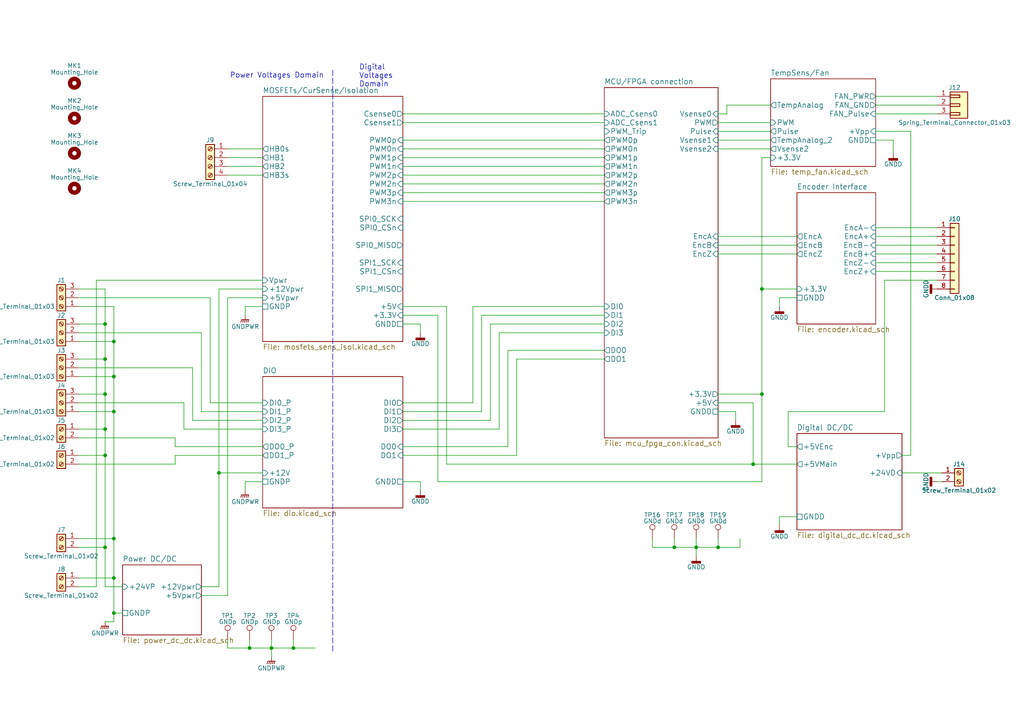
<source format=kicad_sch>
(kicad_sch (version 20211123) (generator eeschema)
  (paper "A4")
  (lib_symbols
    (symbol "4hbd-base-rescue:Conn_01x08" (pin_names (offset 1.016) hide)
      (property "Reference" "J" (at 0 10.16 0))
      (property "Value" "Conn_01x08" (at 0 -12.7 0))
      (symbol "Conn_01x08_1_1"
        (rectangle (start -1.27 -10.033) (end 0 -10.287) (stroke (width 0.1524)))
        (rectangle (start -1.27 -7.493) (end 0 -7.747) (stroke (width 0.1524)))
        (rectangle (start -1.27 -4.953) (end 0 -5.207) (stroke (width 0.1524)))
        (rectangle (start -1.27 -2.413) (end 0 -2.667) (stroke (width 0.1524)))
        (rectangle (start -1.27 0.127) (end 0 -0.127) (stroke (width 0.1524)))
        (rectangle (start -1.27 2.667) (end 0 2.413) (stroke (width 0.1524)))
        (rectangle (start -1.27 5.207) (end 0 4.953) (stroke (width 0.1524)))
        (rectangle (start -1.27 7.747) (end 0 7.493) (stroke (width 0.1524)))
        (rectangle (start -1.27 8.89) (end 1.27 -11.43) (stroke (width 0.254)) (fill (type background)))
        (pin passive line (at -5.08 7.62 0) (length 3.81) (name "Pin_1") (number "1"))
        (pin passive line (at -5.08 5.08 0) (length 3.81) (name "Pin_2") (number "2"))
        (pin passive line (at -5.08 2.54 0) (length 3.81) (name "Pin_3") (number "3"))
        (pin passive line (at -5.08 0 0) (length 3.81) (name "Pin_4") (number "4"))
        (pin passive line (at -5.08 -2.54 0) (length 3.81) (name "Pin_5") (number "5"))
        (pin passive line (at -5.08 -5.08 0) (length 3.81) (name "Pin_6") (number "6"))
        (pin passive line (at -5.08 -7.62 0) (length 3.81) (name "Pin_7") (number "7"))
        (pin passive line (at -5.08 -10.16 0) (length 3.81) (name "Pin_8") (number "8"))
      )
    )
    (symbol "4hbd-base-rescue:GNDD" (power) (pin_names (offset 0))
      (property "Value" "GNDD" (at 0 -3.175 0))
      (symbol "GNDD_0_1"
        (rectangle (start -1.27 -1.524) (end 1.27 -2.032) (stroke (width 0.254)) (fill (type outline)))
        (polyline (pts (xy 0 0) (xy 0 -1.524)))
      )
      (symbol "GNDD_1_1"
        (pin power_in line (at 0 0 270) (length 0) hide (name "GNDD") (number "1"))
      )
    )
    (symbol "4hbd-base-rescue:GNDPWR" (power) (pin_names (offset 0))
      (property "Value" "GNDPWR" (at 0 -3.302 0))
      (symbol "GNDPWR_0_1"
        (polyline (pts (xy 0 -1.27) (xy 0 0)))
        (polyline (pts (xy -1.016 -1.27) (xy -1.27 -2.032) (xy -1.27 -2.032)) (stroke (width 0.2032)))
        (polyline (pts (xy -0.508 -1.27) (xy -0.762 -2.032) (xy -0.762 -2.032)) (stroke (width 0.2032)))
        (polyline (pts (xy 0 -1.27) (xy -0.254 -2.032) (xy -0.254 -2.032)) (stroke (width 0.2032)))
        (polyline (pts (xy 0.508 -1.27) (xy 0.254 -2.032) (xy 0.254 -2.032)) (stroke (width 0.2032)))
        (polyline (pts (xy 1.016 -1.27) (xy -1.016 -1.27) (xy -1.016 -1.27)) (stroke (width 0.2032)))
        (polyline (pts (xy 1.016 -1.27) (xy 0.762 -2.032) (xy 0.762 -2.032) (xy 0.762 -2.032)) (stroke (width 0.2032)))
      )
      (symbol "GNDPWR_1_1"
        (pin power_in line (at 0 0 90) (length 0) hide (name "GNDPWR") (number "1"))
      )
    )
    (symbol "4hbd-base-rescue:Mounting_Hole" (pin_names (offset 1.016))
      (property "Reference" "MK" (at 0 5.08 0))
      (property "Value" "Mounting_Hole" (at 0 3.175 0))
      (symbol "Mounting_Hole_0_1"
        (circle (center 0 0) (radius 1.27) (stroke (width 1.27)))
      )
    )
    (symbol "4hbd-base-rescue:Screw_Terminal_01x02" (pin_names (offset 1.016) hide)
      (property "Reference" "J" (at 0 2.54 0))
      (property "Value" "Screw_Terminal_01x02" (at 0 -5.08 0))
      (symbol "Screw_Terminal_01x02_1_1"
        (rectangle (start -1.27 1.27) (end 1.27 -3.81) (stroke (width 0.254)) (fill (type background)))
        (circle (center 0 -2.54) (radius 0.635) (stroke (width 0.1524)))
        (polyline (pts (xy -0.5334 -2.2098) (xy 0.3302 -3.048)) (stroke (width 0.1524)))
        (polyline (pts (xy -0.5334 0.3302) (xy 0.3302 -0.508)) (stroke (width 0.1524)))
        (polyline (pts (xy -0.3556 -2.032) (xy 0.508 -2.8702)) (stroke (width 0.1524)))
        (polyline (pts (xy -0.3556 0.508) (xy 0.508 -0.3302)) (stroke (width 0.1524)))
        (circle (center 0 0) (radius 0.635) (stroke (width 0.1524)))
        (pin passive line (at -5.08 0 0) (length 3.81) (name "Pin_1") (number "1"))
        (pin passive line (at -5.08 -2.54 0) (length 3.81) (name "Pin_2") (number "2"))
      )
    )
    (symbol "4hbd-base-rescue:Screw_Terminal_01x03" (pin_names (offset 1.016) hide)
      (property "Reference" "J" (at 0 5.08 0))
      (property "Value" "Screw_Terminal_01x03" (at 0 -5.08 0))
      (symbol "Screw_Terminal_01x03_1_1"
        (rectangle (start -1.27 3.81) (end 1.27 -3.81) (stroke (width 0.254)) (fill (type background)))
        (circle (center 0 -2.54) (radius 0.635) (stroke (width 0.1524)))
        (polyline (pts (xy -0.5334 -2.2098) (xy 0.3302 -3.048)) (stroke (width 0.1524)))
        (polyline (pts (xy -0.5334 0.3302) (xy 0.3302 -0.508)) (stroke (width 0.1524)))
        (polyline (pts (xy -0.5334 2.8702) (xy 0.3302 2.032)) (stroke (width 0.1524)))
        (polyline (pts (xy -0.3556 -2.032) (xy 0.508 -2.8702)) (stroke (width 0.1524)))
        (polyline (pts (xy -0.3556 0.508) (xy 0.508 -0.3302)) (stroke (width 0.1524)))
        (polyline (pts (xy -0.3556 3.048) (xy 0.508 2.2098)) (stroke (width 0.1524)))
        (circle (center 0 0) (radius 0.635) (stroke (width 0.1524)))
        (circle (center 0 2.54) (radius 0.635) (stroke (width 0.1524)))
        (pin passive line (at -5.08 2.54 0) (length 3.81) (name "Pin_1") (number "1"))
        (pin passive line (at -5.08 0 0) (length 3.81) (name "Pin_2") (number "2"))
        (pin passive line (at -5.08 -2.54 0) (length 3.81) (name "Pin_3") (number "3"))
      )
    )
    (symbol "4hbd-base-rescue:Screw_Terminal_01x04" (pin_names (offset 1.016) hide)
      (property "Reference" "J" (at 0 5.08 0))
      (property "Value" "Screw_Terminal_01x04" (at 0 -7.62 0))
      (symbol "Screw_Terminal_01x04_1_1"
        (rectangle (start -1.27 3.81) (end 1.27 -6.35) (stroke (width 0.254)) (fill (type background)))
        (circle (center 0 -5.08) (radius 0.635) (stroke (width 0.1524)))
        (circle (center 0 -2.54) (radius 0.635) (stroke (width 0.1524)))
        (polyline (pts (xy -0.5334 -4.7498) (xy 0.3302 -5.588)) (stroke (width 0.1524)))
        (polyline (pts (xy -0.5334 -2.2098) (xy 0.3302 -3.048)) (stroke (width 0.1524)))
        (polyline (pts (xy -0.5334 0.3302) (xy 0.3302 -0.508)) (stroke (width 0.1524)))
        (polyline (pts (xy -0.5334 2.8702) (xy 0.3302 2.032)) (stroke (width 0.1524)))
        (polyline (pts (xy -0.3556 -4.572) (xy 0.508 -5.4102)) (stroke (width 0.1524)))
        (polyline (pts (xy -0.3556 -2.032) (xy 0.508 -2.8702)) (stroke (width 0.1524)))
        (polyline (pts (xy -0.3556 0.508) (xy 0.508 -0.3302)) (stroke (width 0.1524)))
        (polyline (pts (xy -0.3556 3.048) (xy 0.508 2.2098)) (stroke (width 0.1524)))
        (circle (center 0 0) (radius 0.635) (stroke (width 0.1524)))
        (circle (center 0 2.54) (radius 0.635) (stroke (width 0.1524)))
        (pin passive line (at -5.08 2.54 0) (length 3.81) (name "Pin_1") (number "1"))
        (pin passive line (at -5.08 0 0) (length 3.81) (name "Pin_2") (number "2"))
        (pin passive line (at -5.08 -2.54 0) (length 3.81) (name "Pin_3") (number "3"))
        (pin passive line (at -5.08 -5.08 0) (length 3.81) (name "Pin_4") (number "4"))
      )
    )
    (symbol "4hbd-base-rescue:Spring_Terminal_Connector_01x03" (pin_names (offset 1.016) hide)
      (property "Reference" "J" (at 0 5.08 0))
      (property "Value" "Spring_Terminal_Connector_01x03" (at 0 -5.08 0))
      (symbol "Spring_Terminal_Connector_01x03_1_1"
        (rectangle (start -1.27 -2.159) (end 1.524 -2.921) (stroke (width 0.254)))
        (rectangle (start -1.27 0.381) (end 1.524 -0.381) (stroke (width 0.254)))
        (rectangle (start -1.27 2.921) (end 1.524 2.159) (stroke (width 0.254)))
        (rectangle (start -1.27 3.81) (end 3.81 -3.81) (stroke (width 0.254)) (fill (type background)))
        (pin passive line (at -5.08 2.54 0) (length 3.81) (name "Pin_1") (number "1"))
        (pin passive line (at -5.08 0 0) (length 3.81) (name "Pin_2") (number "2"))
        (pin passive line (at -5.08 -2.54 0) (length 3.81) (name "Pin_3") (number "3"))
      )
    )
    (symbol "4hbd-base-rescue:Test_Point" (pin_numbers hide) (pin_names (offset 0.762) hide)
      (property "Reference" "TP" (at 0 6.858 0))
      (property "Value" "Test_Point" (at 0 5.08 0))
      (symbol "Test_Point_0_1"
        (circle (center 0 3.302) (radius 0.762))
      )
      (symbol "Test_Point_1_1"
        (pin passive line (at 0 0 90) (length 2.54) (name "1") (number "1"))
      )
    )
  )
  (junction (at 33.02 177.8))
  (junction (at 33.02 167.64))
  (junction (at 30.48 93.98))
  (junction (at 33.02 156.21))
  (junction (at 78.74 187.96))
  (junction (at 30.48 104.14))
  (junction (at 218.44 134.62))
  (junction (at 220.98 83.82))
  (junction (at 30.48 132.08))
  (junction (at 201.93 158.75))
  (junction (at 33.02 109.22))
  (junction (at 208.28 158.75))
  (junction (at 30.48 114.3))
  (junction (at 195.58 158.75))
  (junction (at 33.02 99.06))
  (junction (at 85.09 187.96))
  (junction (at 72.39 187.96))
  (junction (at 30.48 158.75))
  (junction (at 63.5 137.16))
  (junction (at 30.48 124.46))
  (junction (at 220.98 114.3))
  (junction (at 33.02 119.38))
  (wire (pts (xy 76.2 88.9) (xy 71.12 88.9)))
  (wire (pts (xy 116.84 139.7) (xy 121.92 139.7)))
  (wire (pts (xy 254 71.12) (xy 271.78 71.12)))
  (wire (pts (xy 208.28 40.64) (xy 223.52 40.64)))
  (wire (pts (xy 116.84 91.44) (xy 127 91.44)))
  (wire (pts (xy 30.48 93.98) (xy 30.48 104.14)))
  (wire (pts (xy 22.86 167.64) (xy 33.02 167.64)))
  (wire (pts (xy 208.28 158.75) (xy 214.63 158.75)))
  (wire (pts (xy 116.84 129.54) (xy 147.32 129.54)))
  (wire (pts (xy 60.96 116.84) (xy 60.96 86.36)))
  (wire (pts (xy 116.84 93.98) (xy 121.92 93.98)))
  (wire (pts (xy 137.16 116.84) (xy 116.84 116.84)))
  (wire (pts (xy 139.7 91.44) (xy 139.7 119.38)))
  (wire (pts (xy 33.02 119.38) (xy 22.86 119.38)))
  (wire (pts (xy 22.86 158.75) (xy 30.48 158.75)))
  (wire (pts (xy 121.92 139.7) (xy 121.92 142.24)))
  (wire (pts (xy 30.48 114.3) (xy 22.86 114.3)))
  (wire (pts (xy 256.54 81.28) (xy 271.78 81.28)))
  (wire (pts (xy 208.28 71.12) (xy 231.14 71.12)))
  (wire (pts (xy 231.14 149.86) (xy 226.06 149.86)))
  (wire (pts (xy 27.94 81.28) (xy 76.2 81.28)))
  (wire (pts (xy 30.48 124.46) (xy 30.48 132.08)))
  (wire (pts (xy 210.82 30.48) (xy 223.52 30.48)))
  (wire (pts (xy 264.16 38.1) (xy 264.16 132.08)))
  (wire (pts (xy 72.39 185.42) (xy 72.39 187.96)))
  (wire (pts (xy 116.84 45.72) (xy 175.26 45.72)))
  (wire (pts (xy 189.23 158.75) (xy 195.58 158.75)))
  (wire (pts (xy 144.78 96.52) (xy 144.78 124.46)))
  (wire (pts (xy 259.08 40.64) (xy 259.08 44.45)))
  (wire (pts (xy 72.39 187.96) (xy 78.74 187.96)))
  (wire (pts (xy 53.34 124.46) (xy 53.34 116.84)))
  (wire (pts (xy 218.44 116.84) (xy 208.28 116.84)))
  (wire (pts (xy 33.02 180.34) (xy 30.48 180.34)))
  (wire (pts (xy 71.12 139.7) (xy 71.12 142.24)))
  (wire (pts (xy 76.2 129.54) (xy 50.8 129.54)))
  (wire (pts (xy 66.04 172.72) (xy 58.42 172.72)))
  (wire (pts (xy 76.2 137.16) (xy 63.5 137.16)))
  (wire (pts (xy 228.6 119.38) (xy 256.54 119.38)))
  (wire (pts (xy 116.84 33.02) (xy 175.26 33.02)))
  (wire (pts (xy 55.88 121.92) (xy 55.88 106.68)))
  (wire (pts (xy 189.23 156.21) (xy 189.23 158.75)))
  (wire (pts (xy 50.8 134.62) (xy 22.86 134.62)))
  (wire (pts (xy 33.02 177.8) (xy 35.56 177.8)))
  (wire (pts (xy 63.5 83.82) (xy 63.5 137.16)))
  (wire (pts (xy 137.16 88.9) (xy 137.16 116.84)))
  (wire (pts (xy 127 139.7) (xy 220.98 139.7)))
  (wire (pts (xy 76.2 132.08) (xy 50.8 132.08)))
  (wire (pts (xy 208.28 38.1) (xy 223.52 38.1)))
  (wire (pts (xy 27.94 170.18) (xy 22.86 170.18)))
  (wire (pts (xy 254 76.2) (xy 271.78 76.2)))
  (wire (pts (xy 71.12 88.9) (xy 71.12 91.44)))
  (wire (pts (xy 78.74 185.42) (xy 78.74 187.96)))
  (wire (pts (xy 63.5 137.16) (xy 63.5 170.18)))
  (wire (pts (xy 218.44 134.62) (xy 231.14 134.62)))
  (wire (pts (xy 116.84 121.92) (xy 142.24 121.92)))
  (wire (pts (xy 121.92 93.98) (xy 121.92 96.52)))
  (wire (pts (xy 76.2 121.92) (xy 55.88 121.92)))
  (wire (pts (xy 55.88 106.68) (xy 22.86 106.68)))
  (wire (pts (xy 220.98 45.72) (xy 220.98 83.82)))
  (wire (pts (xy 30.48 158.75) (xy 30.48 170.18)))
  (wire (pts (xy 116.84 53.34) (xy 175.26 53.34)))
  (wire (pts (xy 22.86 156.21) (xy 33.02 156.21)))
  (wire (pts (xy 201.93 158.75) (xy 201.93 161.29)))
  (wire (pts (xy 78.74 187.96) (xy 85.09 187.96)))
  (wire (pts (xy 254 78.74) (xy 271.78 78.74)))
  (wire (pts (xy 58.42 119.38) (xy 58.42 96.52)))
  (wire (pts (xy 231.14 86.36) (xy 226.06 86.36)))
  (wire (pts (xy 60.96 86.36) (xy 22.86 86.36)))
  (wire (pts (xy 30.48 114.3) (xy 30.48 124.46)))
  (wire (pts (xy 30.48 124.46) (xy 22.86 124.46)))
  (wire (pts (xy 63.5 83.82) (xy 76.2 83.82)))
  (wire (pts (xy 33.02 109.22) (xy 33.02 119.38)))
  (wire (pts (xy 195.58 158.75) (xy 201.93 158.75)))
  (wire (pts (xy 144.78 124.46) (xy 116.84 124.46)))
  (wire (pts (xy 66.04 45.72) (xy 76.2 45.72)))
  (wire (pts (xy 226.06 149.86) (xy 226.06 152.4)))
  (wire (pts (xy 254 73.66) (xy 271.78 73.66)))
  (wire (pts (xy 220.98 114.3) (xy 220.98 139.7)))
  (wire (pts (xy 254 30.48) (xy 271.78 30.48)))
  (wire (pts (xy 33.02 99.06) (xy 22.86 99.06)))
  (wire (pts (xy 254 66.04) (xy 271.78 66.04)))
  (wire (pts (xy 33.02 177.8) (xy 33.02 180.34)))
  (wire (pts (xy 208.28 43.18) (xy 223.52 43.18)))
  (wire (pts (xy 264.16 132.08) (xy 261.62 132.08)))
  (wire (pts (xy 208.28 119.38) (xy 213.36 119.38)))
  (wire (pts (xy 129.54 88.9) (xy 116.84 88.9)))
  (wire (pts (xy 66.04 185.42) (xy 66.04 187.96)))
  (wire (pts (xy 78.74 187.96) (xy 78.74 190.5)))
  (wire (pts (xy 256.54 81.28) (xy 256.54 119.38)))
  (wire (pts (xy 30.48 104.14) (xy 30.48 114.3)))
  (wire (pts (xy 208.28 35.56) (xy 223.52 35.56)))
  (wire (pts (xy 214.63 158.75) (xy 214.63 156.21)))
  (wire (pts (xy 129.54 134.62) (xy 218.44 134.62)))
  (wire (pts (xy 231.14 129.54) (xy 228.6 129.54)))
  (wire (pts (xy 116.84 50.8) (xy 175.26 50.8)))
  (wire (pts (xy 76.2 43.18) (xy 66.04 43.18)))
  (wire (pts (xy 220.98 45.72) (xy 223.52 45.72)))
  (wire (pts (xy 231.14 73.66) (xy 208.28 73.66)))
  (wire (pts (xy 273.05 139.7) (xy 271.78 139.7)))
  (wire (pts (xy 208.28 156.21) (xy 208.28 158.75)))
  (wire (pts (xy 27.94 81.28) (xy 27.94 170.18)))
  (wire (pts (xy 33.02 88.9) (xy 22.86 88.9)))
  (wire (pts (xy 30.48 104.14) (xy 22.86 104.14)))
  (wire (pts (xy 144.78 96.52) (xy 175.26 96.52)))
  (wire (pts (xy 139.7 91.44) (xy 175.26 91.44)))
  (wire (pts (xy 195.58 156.21) (xy 195.58 158.75)))
  (wire (pts (xy 254 40.64) (xy 259.08 40.64)))
  (wire (pts (xy 30.48 93.98) (xy 22.86 93.98)))
  (wire (pts (xy 66.04 86.36) (xy 76.2 86.36)))
  (wire (pts (xy 137.16 88.9) (xy 175.26 88.9)))
  (wire (pts (xy 66.04 187.96) (xy 72.39 187.96)))
  (wire (pts (xy 129.54 134.62) (xy 129.54 88.9)))
  (wire (pts (xy 30.48 132.08) (xy 30.48 158.75)))
  (wire (pts (xy 254 27.94) (xy 271.78 27.94)))
  (wire (pts (xy 33.02 99.06) (xy 33.02 109.22)))
  (polyline (pts (xy 96.52 20.32) (xy 96.52 189.23)))
  (wire (pts (xy 66.04 86.36) (xy 66.04 172.72)))
  (wire (pts (xy 231.14 68.58) (xy 208.28 68.58)))
  (wire (pts (xy 228.6 129.54) (xy 228.6 119.38)))
  (wire (pts (xy 201.93 156.21) (xy 201.93 158.75)))
  (wire (pts (xy 50.8 129.54) (xy 50.8 127)))
  (wire (pts (xy 53.34 116.84) (xy 22.86 116.84)))
  (wire (pts (xy 127 91.44) (xy 127 139.7)))
  (wire (pts (xy 218.44 134.62) (xy 218.44 116.84)))
  (wire (pts (xy 147.32 129.54) (xy 147.32 101.6)))
  (wire (pts (xy 76.2 48.26) (xy 66.04 48.26)))
  (wire (pts (xy 116.84 58.42) (xy 175.26 58.42)))
  (wire (pts (xy 76.2 139.7) (xy 71.12 139.7)))
  (wire (pts (xy 201.93 158.75) (xy 208.28 158.75)))
  (wire (pts (xy 66.04 50.8) (xy 76.2 50.8)))
  (wire (pts (xy 76.2 124.46) (xy 53.34 124.46)))
  (wire (pts (xy 50.8 132.08) (xy 50.8 134.62)))
  (wire (pts (xy 220.98 83.82) (xy 220.98 114.3)))
  (wire (pts (xy 261.62 137.16) (xy 273.05 137.16)))
  (wire (pts (xy 142.24 121.92) (xy 142.24 93.98)))
  (wire (pts (xy 50.8 127) (xy 22.86 127)))
  (wire (pts (xy 33.02 167.64) (xy 33.02 177.8)))
  (wire (pts (xy 33.02 88.9) (xy 33.02 99.06)))
  (wire (pts (xy 85.09 187.96) (xy 91.44 187.96)))
  (wire (pts (xy 213.36 119.38) (xy 213.36 121.92)))
  (wire (pts (xy 116.84 48.26) (xy 175.26 48.26)))
  (wire (pts (xy 116.84 55.88) (xy 175.26 55.88)))
  (wire (pts (xy 63.5 170.18) (xy 58.42 170.18)))
  (wire (pts (xy 226.06 86.36) (xy 226.06 88.9)))
  (wire (pts (xy 116.84 35.56) (xy 175.26 35.56)))
  (wire (pts (xy 147.32 101.6) (xy 175.26 101.6)))
  (wire (pts (xy 58.42 96.52) (xy 22.86 96.52)))
  (wire (pts (xy 30.48 170.18) (xy 35.56 170.18)))
  (wire (pts (xy 208.28 114.3) (xy 220.98 114.3)))
  (wire (pts (xy 85.09 185.42) (xy 85.09 187.96)))
  (wire (pts (xy 76.2 119.38) (xy 58.42 119.38)))
  (wire (pts (xy 264.16 38.1) (xy 254 38.1)))
  (wire (pts (xy 116.84 43.18) (xy 175.26 43.18)))
  (wire (pts (xy 254 68.58) (xy 271.78 68.58)))
  (wire (pts (xy 33.02 156.21) (xy 33.02 167.64)))
  (wire (pts (xy 30.48 132.08) (xy 22.86 132.08)))
  (wire (pts (xy 142.24 93.98) (xy 175.26 93.98)))
  (wire (pts (xy 149.86 104.14) (xy 175.26 104.14)))
  (wire (pts (xy 116.84 40.64) (xy 175.26 40.64)))
  (wire (pts (xy 149.86 104.14) (xy 149.86 132.08)))
  (wire (pts (xy 139.7 119.38) (xy 116.84 119.38)))
  (wire (pts (xy 254 33.02) (xy 271.78 33.02)))
  (wire (pts (xy 33.02 109.22) (xy 22.86 109.22)))
  (wire (pts (xy 76.2 116.84) (xy 60.96 116.84)))
  (wire (pts (xy 33.02 119.38) (xy 33.02 156.21)))
  (wire (pts (xy 30.48 83.82) (xy 30.48 93.98)))
  (wire (pts (xy 220.98 83.82) (xy 231.14 83.82)))
  (wire (pts (xy 149.86 132.08) (xy 116.84 132.08)))
  (wire (pts (xy 210.82 33.02) (xy 210.82 30.48)))
  (wire (pts (xy 208.28 33.02) (xy 210.82 33.02)))
  (wire (pts (xy 30.48 83.82) (xy 22.86 83.82)))
  (text "Power Voltages Domain" (at 93.98 22.86 180) (effects (font (size 1.524 1.524)) (justify right bottom)))
  (text "Digital \nVoltages\nDomain" (at 104.14 25.4 0) (effects (font (size 1.524 1.524)) (justify left bottom)))
  (symbol (lib_id "4hbd-base-rescue:GNDD") (at 226.06 152.4 0) (unit 1)
    (property "Reference" "#PWR01" (effects hide))
    (property "Value" "GNDD" (at 226.06 155.575 0))
  )
  (symbol (lib_id "4hbd-base-rescue:GNDD") (at 226.06 88.9 0) (unit 1)
    (property "Reference" "#PWR02" (effects hide))
    (property "Value" "GNDD" (at 226.06 92.075 0))
  )
  (symbol (lib_id "4hbd-base-rescue:GNDD") (at 121.92 142.24 0) (unit 1)
    (property "Reference" "#PWR03" (effects hide))
    (property "Value" "GNDD" (at 121.92 145.415 0))
  )
  (symbol (lib_id "4hbd-base-rescue:GNDD") (at 121.92 96.52 0) (unit 1)
    (property "Reference" "#PWR04" (effects hide))
    (property "Value" "GNDD" (at 121.92 99.695 0))
  )
  (symbol (lib_id "4hbd-base-rescue:GNDD") (at 213.36 121.92 0) (unit 1)
    (property "Reference" "#PWR05" (effects hide))
    (property "Value" "GNDD" (at 213.36 125.095 0))
  )
  (symbol (lib_id "4hbd-base-rescue:GNDD") (at 271.78 139.7 270) (unit 1)
    (property "Reference" "#PWR06" (effects hide))
    (property "Value" "GNDD" (at 268.605 139.7 0))
  )
  (symbol (lib_id "4hbd-base-rescue:GNDD") (at 271.78 83.82 270) (unit 1)
    (property "Reference" "#PWR07" (effects hide))
    (property "Value" "GNDD" (at 268.605 83.82 0))
  )
  (symbol (lib_id "4hbd-base-rescue:GNDD") (at 259.08 44.45 0) (unit 1)
    (property "Reference" "#PWR08" (effects hide))
    (property "Value" "GNDD" (at 259.08 47.625 0))
  )
  (symbol (lib_id "4hbd-base-rescue:GNDPWR") (at 71.12 142.24 0) (unit 1)
    (property "Reference" "#PWR09" (effects hide))
    (property "Value" "GNDPWR" (at 71.12 145.542 0))
  )
  (symbol (lib_id "4hbd-base-rescue:GNDPWR") (at 30.48 180.34 0) (unit 1)
    (property "Reference" "#PWR013" (effects hide))
    (property "Value" "GNDPWR" (at 30.48 183.642 0))
  )
  (symbol (lib_id "4hbd-base-rescue:GNDPWR") (at 71.12 91.44 0) (unit 1)
    (property "Reference" "#PWR010" (effects hide))
    (property "Value" "GNDPWR" (at 71.12 94.742 0))
  )
  (symbol (lib_id "4hbd-base-rescue:GNDD") (at 201.93 161.29 0) (unit 1)
    (property "Reference" "#PWR011" (effects hide))
    (property "Value" "GNDD" (at 201.93 164.465 0))
  )
  (symbol (lib_id "4hbd-base-rescue:Test_Point") (at 189.23 156.21 0) (unit 1)
    (property "Reference" "TP16" (at 189.23 149.352 0))
    (property "Value" "GNDd" (at 189.23 151.13 0))
    (property "Footprint" "TestPoint:TestPoint_Pad_D1.5mm" (effects hide))
  )
  (symbol (lib_id "4hbd-base-rescue:Test_Point") (at 195.58 156.21 0) (unit 1)
    (property "Reference" "TP17" (at 195.58 149.352 0))
    (property "Value" "GNDd" (at 195.58 151.13 0))
    (property "Footprint" "TestPoint:TestPoint_Pad_D1.5mm" (effects hide))
  )
  (symbol (lib_id "4hbd-base-rescue:Test_Point") (at 201.93 156.21 0) (unit 1)
    (property "Reference" "TP18" (at 201.93 149.352 0))
    (property "Value" "GNDd" (at 201.93 151.13 0))
    (property "Footprint" "TestPoint:TestPoint_Pad_D1.5mm" (effects hide))
  )
  (symbol (lib_id "4hbd-base-rescue:Test_Point") (at 208.28 156.21 0) (unit 1)
    (property "Reference" "TP19" (at 208.28 149.352 0))
    (property "Value" "GNDd" (at 208.28 151.13 0))
    (property "Footprint" "TestPoint:TestPoint_Pad_D1.5mm" (effects hide))
  )
  (symbol (lib_id "4hbd-base-rescue:Test_Point") (at 66.04 185.42 0) (unit 1)
    (property "Reference" "TP1" (at 66.04 178.562 0))
    (property "Value" "GNDp" (at 66.04 180.34 0))
    (property "Footprint" "TestPoint:TestPoint_Pad_D1.5mm" (effects hide))
  )
  (symbol (lib_id "4hbd-base-rescue:Test_Point") (at 72.39 185.42 0) (unit 1)
    (property "Reference" "TP2" (at 72.39 178.562 0))
    (property "Value" "GNDp" (at 72.39 180.34 0))
    (property "Footprint" "TestPoint:TestPoint_Pad_D1.5mm" (effects hide))
  )
  (symbol (lib_id "4hbd-base-rescue:Test_Point") (at 78.74 185.42 0) (unit 1)
    (property "Reference" "TP3" (at 78.74 178.562 0))
    (property "Value" "GNDp" (at 78.74 180.34 0))
    (property "Footprint" "TestPoint:TestPoint_Pad_D1.5mm" (effects hide))
  )
  (symbol (lib_id "4hbd-base-rescue:Test_Point") (at 85.09 185.42 0) (unit 1)
    (property "Reference" "TP4" (at 85.09 178.562 0))
    (property "Value" "GNDp" (at 85.09 180.34 0))
    (property "Footprint" "TestPoint:TestPoint_Pad_D1.5mm" (effects hide))
  )
  (symbol (lib_id "4hbd-base-rescue:GNDPWR") (at 78.74 190.5 0) (unit 1)
    (property "Reference" "#PWR012" (effects hide))
    (property "Value" "GNDPWR" (at 78.74 193.802 0))
  )
  (symbol (lib_id "4hbd-base-rescue:Mounting_Hole") (at 21.59 24.13 0) (unit 1)
    (property "Reference" "MK1" (at 21.59 19.05 0))
    (property "Value" "Mounting_Hole" (at 21.59 20.955 0))
    (property "Footprint" "MountingHole:MountingHole_3.5mm" (effects hide))
  )
  (symbol (lib_id "4hbd-base-rescue:Screw_Terminal_01x02") (at 278.13 137.16 0) (unit 1)
    (property "Reference" "J14" (at 278.13 134.62 0))
    (property "Value" "Screw_Terminal_01x02" (at 278.13 142.24 0))
    (property "Footprint" "TerminalBlock:TerminalBlock_Altech_AK300-2_P5.00mm" (effects hide))
  )
  (symbol (lib_id "4hbd-base-rescue:Spring_Terminal_Connector_01x03") (at 276.86 30.48 0) (unit 1)
    (property "Reference" "J12" (at 276.86 25.4 0))
    (property "Value" "Spring_Terminal_Connector_01x03" (at 276.86 35.56 0))
    (property "Footprint" "Connector_PinHeader_2.54mm:PinHeader_1x03_P2.54mm_Vertical" (effects hide))
  )
  (symbol (lib_id "4hbd-base-rescue:Screw_Terminal_01x04") (at 60.96 45.72 0) (mirror y) (unit 1)
    (property "Reference" "J9" (at 60.96 40.64 0))
    (property "Value" "Screw_Terminal_01x04" (at 60.96 53.34 0))
    (property "Footprint" "TerminalBlock:TerminalBlock_Altech_AK300-4_P5.00mm" (effects hide))
  )
  (symbol (lib_id "4hbd-base-rescue:Mounting_Hole") (at 21.59 34.29 0) (unit 1)
    (property "Reference" "MK2" (at 21.59 29.21 0))
    (property "Value" "Mounting_Hole" (at 21.59 31.115 0))
    (property "Footprint" "MountingHole:MountingHole_3.5mm" (effects hide))
  )
  (symbol (lib_id "4hbd-base-rescue:Mounting_Hole") (at 21.59 44.45 0) (unit 1)
    (property "Reference" "MK3" (at 21.59 39.37 0))
    (property "Value" "Mounting_Hole" (at 21.59 41.275 0))
    (property "Footprint" "MountingHole:MountingHole_3.5mm" (effects hide))
  )
  (symbol (lib_id "4hbd-base-rescue:Mounting_Hole") (at 21.59 54.61 0) (unit 1)
    (property "Reference" "MK4" (at 21.59 49.53 0))
    (property "Value" "Mounting_Hole" (at 21.59 51.435 0))
    (property "Footprint" "MountingHole:MountingHole_3.5mm" (effects hide))
  )
  (symbol (lib_id "4hbd-base-rescue:Screw_Terminal_01x02") (at 17.78 167.64 0) (mirror y) (unit 1)
    (property "Reference" "J8" (at 17.78 165.1 0))
    (property "Value" "Screw_Terminal_01x02" (at 17.78 172.72 0))
    (property "Footprint" "TerminalBlock:TerminalBlock_Altech_AK300-2_P5.00mm" (effects hide))
  )
  (symbol (lib_id "4hbd-base-rescue:Screw_Terminal_01x02") (at 17.78 156.21 0) (mirror y) (unit 1)
    (property "Reference" "J7" (at 17.78 153.67 0))
    (property "Value" "Screw_Terminal_01x02" (at 17.78 161.29 0))
    (property "Footprint" "TerminalBlock:TerminalBlock_Altech_AK300-2_P5.00mm" (effects hide))
  )
  (symbol (lib_id "4hbd-base-rescue:Screw_Terminal_01x02") (at 17.78 124.46 0) (mirror y) (unit 1)
    (property "Reference" "J5" (at 17.78 121.92 0))
    (property "Value" "Screw_Terminal_01x02" (at 5.08 127 0))
    (property "Footprint" "TerminalBlock:TerminalBlock_Altech_AK300-2_P5.00mm" (effects hide))
  )
  (symbol (lib_id "4hbd-base-rescue:Screw_Terminal_01x02") (at 17.78 132.08 0) (mirror y) (unit 1)
    (property "Reference" "J6" (at 17.78 129.54 0))
    (property "Value" "Screw_Terminal_01x02" (at 5.08 134.62 0))
    (property "Footprint" "TerminalBlock:TerminalBlock_Altech_AK300-2_P5.00mm" (effects hide))
  )
  (symbol (lib_id "4hbd-base-rescue:Screw_Terminal_01x03") (at 17.78 86.36 180) (unit 1)
    (property "Reference" "J1" (at 17.78 81.28 0))
    (property "Value" "Screw_Terminal_01x03" (at 5.08 88.9 0))
    (property "Footprint" "TerminalBlock:TerminalBlock_Altech_AK300-3_P5.00mm" (effects hide))
  )
  (symbol (lib_id "4hbd-base-rescue:Screw_Terminal_01x03") (at 17.78 96.52 180) (unit 1)
    (property "Reference" "J2" (at 17.78 91.44 0))
    (property "Value" "Screw_Terminal_01x03" (at 5.08 99.06 0))
    (property "Footprint" "TerminalBlock:TerminalBlock_Altech_AK300-3_P5.00mm" (effects hide))
  )
  (symbol (lib_id "4hbd-base-rescue:Screw_Terminal_01x03") (at 17.78 106.68 180) (unit 1)
    (property "Reference" "J3" (at 17.78 101.6 0))
    (property "Value" "Screw_Terminal_01x03" (at 5.08 109.22 0))
    (property "Footprint" "TerminalBlock:TerminalBlock_Altech_AK300-3_P5.00mm" (effects hide))
  )
  (symbol (lib_id "4hbd-base-rescue:Screw_Terminal_01x03") (at 17.78 116.84 180) (unit 1)
    (property "Reference" "J4" (at 17.78 111.76 0))
    (property "Value" "Screw_Terminal_01x03" (at 5.08 119.38 0))
    (property "Footprint" "TerminalBlock:TerminalBlock_Altech_AK300-3_P5.00mm" (effects hide))
  )
  (symbol (lib_id "4hbd-base-rescue:Conn_01x08") (at 276.86 73.66 0) (unit 1)
    (property "Reference" "J10" (at 276.86 63.5 0))
    (property "Value" "Conn_01x08" (at 276.86 86.36 0))
    (property "Footprint" "Connector_PinHeader_2.54mm:PinHeader_1x08_P2.54mm_Horizontal" (effects hide))
  )
  (sheet (at 76.2 27.94) (size 40.64 71.12)
    (property "Sheet name" "MOSFETs/CurSense/Isolation" (at 76.2 27.1014 0) (effects (font (size 1.524 1.524)) (justify left bottom)))
    (property "Sheet file" "mosfets_sens_isol.kicad_sch" (at 76.2 99.7462 0) (effects (font (size 1.524 1.524)) (justify left top)))
    (pin "HB0s" output (at 76.2 43.18 180) (effects (font (size 1.524 1.524))))
    (pin "HB1" output (at 76.2 45.72 180) (effects (font (size 1.524 1.524))))
    (pin "HB2" output (at 76.2 48.26 180) (effects (font (size 1.524 1.524))))
    (pin "HB3s" output (at 76.2 50.8 180) (effects (font (size 1.524 1.524))))
    (pin "PWM0p" input (at 116.84 40.64 0) (effects (font (size 1.524 1.524))))
    (pin "PWM0n" input (at 116.84 43.18 0) (effects (font (size 1.524 1.524))))
    (pin "PWM1p" input (at 116.84 45.72 0) (effects (font (size 1.524 1.524))))
    (pin "PWM1n" input (at 116.84 48.26 0) (effects (font (size 1.524 1.524))))
    (pin "PWM2p" input (at 116.84 50.8 0) (effects (font (size 1.524 1.524))))
    (pin "PWM2n" input (at 116.84 53.34 0) (effects (font (size 1.524 1.524))))
    (pin "PWM3p" input (at 116.84 55.88 0) (effects (font (size 1.524 1.524))))
    (pin "PWM3n" input (at 116.84 58.42 0) (effects (font (size 1.524 1.524))))
    (pin "SPI0_SCK" input (at 116.84 63.5 0) (effects (font (size 1.524 1.524))))
    (pin "SPI0_CSn" input (at 116.84 66.04 0) (effects (font (size 1.524 1.524))))
    (pin "SPI0_MISO" output (at 116.84 71.12 0) (effects (font (size 1.524 1.524))))
    (pin "SPI1_SCK" input (at 116.84 76.2 0) (effects (font (size 1.524 1.524))))
    (pin "SPI1_CSn" input (at 116.84 78.74 0) (effects (font (size 1.524 1.524))))
    (pin "SPI1_MISO" output (at 116.84 83.82 0) (effects (font (size 1.524 1.524))))
    (pin "+3.3V" input (at 116.84 91.44 0) (effects (font (size 1.524 1.524))))
    (pin "GNDD" passive (at 116.84 93.98 0) (effects (font (size 1.524 1.524))))
    (pin "Vpwr" input (at 76.2 81.28 180) (effects (font (size 1.524 1.524))))
    (pin "+12Vpwr" input (at 76.2 83.82 180) (effects (font (size 1.524 1.524))))
    (pin "GNDP" passive (at 76.2 88.9 180) (effects (font (size 1.524 1.524))))
    (pin "+5Vpwr" input (at 76.2 86.36 180) (effects (font (size 1.524 1.524))))
    (pin "+5V" input (at 116.84 88.9 0) (effects (font (size 1.524 1.524))))
    (pin "Csense0" output (at 116.84 33.02 0) (effects (font (size 1.524 1.524))))
    (pin "Csense1" output (at 116.84 35.56 0) (effects (font (size 1.524 1.524))))
  )
  (sheet (at 76.2 109.22) (size 40.64 38.1)
    (property "Sheet name" "DIO" (at 76.2 108.3814 0) (effects (font (size 1.524 1.524)) (justify left bottom)))
    (property "Sheet file" "dio.kicad_sch" (at 76.2 148.0062 0) (effects (font (size 1.524 1.524)) (justify left top)))
    (pin "DI0_P" input (at 76.2 116.84 180) (effects (font (size 1.524 1.524))))
    (pin "DI1_P" input (at 76.2 119.38 180) (effects (font (size 1.524 1.524))))
    (pin "DI2_P" input (at 76.2 121.92 180) (effects (font (size 1.524 1.524))))
    (pin "DI3_P" input (at 76.2 124.46 180) (effects (font (size 1.524 1.524))))
    (pin "DO0_P" output (at 76.2 129.54 180) (effects (font (size 1.524 1.524))))
    (pin "DO1_P" output (at 76.2 132.08 180) (effects (font (size 1.524 1.524))))
    (pin "DI0" output (at 116.84 116.84 0) (effects (font (size 1.524 1.524))))
    (pin "DI1" output (at 116.84 119.38 0) (effects (font (size 1.524 1.524))))
    (pin "DI2" output (at 116.84 121.92 0) (effects (font (size 1.524 1.524))))
    (pin "DI3" output (at 116.84 124.46 0) (effects (font (size 1.524 1.524))))
    (pin "DO0" input (at 116.84 129.54 0) (effects (font (size 1.524 1.524))))
    (pin "DO1" input (at 116.84 132.08 0) (effects (font (size 1.524 1.524))))
    (pin "GNDD" passive (at 116.84 139.7 0) (effects (font (size 1.524 1.524))))
    (pin "GNDP" passive (at 76.2 139.7 180) (effects (font (size 1.524 1.524))))
    (pin "+12V" input (at 76.2 137.16 180) (effects (font (size 1.524 1.524))))
  )
  (sheet (at 223.52 22.86) (size 30.48 25.4)
    (property "Sheet name" "TempSens/Fan" (at 223.52 22.0214 0) (effects (font (size 1.524 1.524)) (justify left bottom)))
    (property "Sheet file" "temp_fan.kicad_sch" (at 223.52 48.9462 0) (effects (font (size 1.524 1.524)) (justify left top)))
    (pin "TempAnalog" output (at 223.52 30.48 180) (effects (font (size 1.524 1.524))))
    (pin "FAN_Pulse" input (at 254 33.02 0) (effects (font (size 1.524 1.524))))
    (pin "PWM" input (at 223.52 35.56 180) (effects (font (size 1.524 1.524))))
    (pin "Pulse" output (at 223.52 38.1 180) (effects (font (size 1.524 1.524))))
    (pin "FAN_PWR" output (at 254 27.94 0) (effects (font (size 1.524 1.524))))
    (pin "FAN_GND" output (at 254 30.48 0) (effects (font (size 1.524 1.524))))
    (pin "+Vpp" input (at 254 38.1 0) (effects (font (size 1.524 1.524))))
    (pin "GNDD" passive (at 254 40.64 0) (effects (font (size 1.524 1.524))))
    (pin "TempAnalog_2" output (at 223.52 40.64 180) (effects (font (size 1.524 1.524))))
    (pin "+3.3V" input (at 223.52 45.72 180) (effects (font (size 1.524 1.524))))
    (pin "Vsense2" output (at 223.52 43.18 180) (effects (font (size 1.524 1.524))))
  )
  (sheet (at 175.26 25.4) (size 33.02 101.6)
    (property "Sheet name" "MCU/FPGA connection" (at 175.26 24.5614 0) (effects (font (size 1.524 1.524)) (justify left bottom)))
    (property "Sheet file" "mcu_fpga_con.kicad_sch" (at 175.26 127.6862 0) (effects (font (size 1.524 1.524)) (justify left top)))
    (pin "PWM0p" output (at 175.26 40.64 180) (effects (font (size 1.524 1.524))))
    (pin "PWM0n" output (at 175.26 43.18 180) (effects (font (size 1.524 1.524))))
    (pin "PWM1p" output (at 175.26 45.72 180) (effects (font (size 1.524 1.524))))
    (pin "PWM1n" output (at 175.26 48.26 180) (effects (font (size 1.524 1.524))))
    (pin "PWM2p" output (at 175.26 50.8 180) (effects (font (size 1.524 1.524))))
    (pin "PWM2n" output (at 175.26 53.34 180) (effects (font (size 1.524 1.524))))
    (pin "PWM3p" output (at 175.26 55.88 180) (effects (font (size 1.524 1.524))))
    (pin "PWM3n" output (at 175.26 58.42 180) (effects (font (size 1.524 1.524))))
    (pin "DI0" input (at 175.26 88.9 180) (effects (font (size 1.524 1.524))))
    (pin "DI1" input (at 175.26 91.44 180) (effects (font (size 1.524 1.524))))
    (pin "DI2" input (at 175.26 93.98 180) (effects (font (size 1.524 1.524))))
    (pin "DI3" input (at 175.26 96.52 180) (effects (font (size 1.524 1.524))))
    (pin "DO0" output (at 175.26 101.6 180) (effects (font (size 1.524 1.524))))
    (pin "DO1" output (at 175.26 104.14 180) (effects (font (size 1.524 1.524))))
    (pin "+5V" input (at 208.28 116.84 0) (effects (font (size 1.524 1.524))))
    (pin "GNDD" passive (at 208.28 119.38 0) (effects (font (size 1.524 1.524))))
    (pin "EncA" input (at 208.28 68.58 0) (effects (font (size 1.524 1.524))))
    (pin "EncB" input (at 208.28 71.12 0) (effects (font (size 1.524 1.524))))
    (pin "EncZ" input (at 208.28 73.66 0) (effects (font (size 1.524 1.524))))
    (pin "PWM" output (at 208.28 35.56 0) (effects (font (size 1.524 1.524))))
    (pin "Pulse" input (at 208.28 38.1 0) (effects (font (size 1.524 1.524))))
    (pin "Vsense1" input (at 208.28 40.64 0) (effects (font (size 1.524 1.524))))
    (pin "+3.3V" output (at 208.28 114.3 0) (effects (font (size 1.524 1.524))))
    (pin "PWM_Trip" input (at 175.26 38.1 180) (effects (font (size 1.524 1.524))))
    (pin "Vsense0" input (at 208.28 33.02 0) (effects (font (size 1.524 1.524))))
    (pin "ADC_Csens1" input (at 175.26 35.56 180) (effects (font (size 1.524 1.524))))
    (pin "ADC_Csens0" input (at 175.26 33.02 180) (effects (font (size 1.524 1.524))))
    (pin "Vsense2" input (at 208.28 43.18 0) (effects (font (size 1.524 1.524))))
  )
  (sheet (at 231.14 125.73) (size 30.48 27.94)
    (property "Sheet name" "Digital DC/DC" (at 231.14 124.8914 0) (effects (font (size 1.524 1.524)) (justify left bottom)))
    (property "Sheet file" "digital_dc_dc.kicad_sch" (at 231.14 154.3562 0) (effects (font (size 1.524 1.524)) (justify left top)))
    (pin "+24VD" input (at 261.62 137.16 0) (effects (font (size 1.524 1.524))))
    (pin "+5VEnc" output (at 231.14 129.54 180) (effects (font (size 1.524 1.524))))
    (pin "+5VMain" output (at 231.14 134.62 180) (effects (font (size 1.524 1.524))))
    (pin "GNDD" passive (at 231.14 149.86 180) (effects (font (size 1.524 1.524))))
    (pin "+Vpp" output (at 261.62 132.08 0) (effects (font (size 1.524 1.524))))
  )
  (sheet (at 231.14 55.88) (size 22.86 38.1)
    (property "Sheet name" "Encoder Interface" (at 231.14 55.0414 0) (effects (font (size 1.524 1.524)) (justify left bottom)))
    (property "Sheet file" "encoder.kicad_sch" (at 231.14 94.6662 0) (effects (font (size 1.524 1.524)) (justify left top)))
    (pin "EncA" output (at 231.14 68.58 180) (effects (font (size 1.524 1.524))))
    (pin "EncB" output (at 231.14 71.12 180) (effects (font (size 1.524 1.524))))
    (pin "EncA+" input (at 254 68.58 0) (effects (font (size 1.524 1.524))))
    (pin "EncA-" input (at 254 66.04 0) (effects (font (size 1.524 1.524))))
    (pin "EncB+" input (at 254 73.66 0) (effects (font (size 1.524 1.524))))
    (pin "EncB-" input (at 254 71.12 0) (effects (font (size 1.524 1.524))))
    (pin "EncZ+" input (at 254 78.74 0) (effects (font (size 1.524 1.524))))
    (pin "EncZ-" input (at 254 76.2 0) (effects (font (size 1.524 1.524))))
    (pin "+3.3V" input (at 231.14 83.82 180) (effects (font (size 1.524 1.524))))
    (pin "GNDD" passive (at 231.14 86.36 180) (effects (font (size 1.524 1.524))))
    (pin "EncZ" output (at 231.14 73.66 180) (effects (font (size 1.524 1.524))))
  )
  (sheet (at 35.56 163.83) (size 22.86 20.32)
    (property "Sheet name" "Power DC/DC" (at 35.56 162.9914 0) (effects (font (size 1.524 1.524)) (justify left bottom)))
    (property "Sheet file" "power_dc_dc.kicad_sch" (at 35.56 184.8362 0) (effects (font (size 1.524 1.524)) (justify left top)))
    (pin "+24VP" input (at 35.56 170.18 180) (effects (font (size 1.524 1.524))))
    (pin "+12Vpwr" output (at 58.42 170.18 0) (effects (font (size 1.524 1.524))))
    (pin "+5Vpwr" output (at 58.42 172.72 0) (effects (font (size 1.524 1.524))))
    (pin "GNDP" passive (at 35.56 177.8 180) (effects (font (size 1.524 1.524))))
  )
)
</source>
